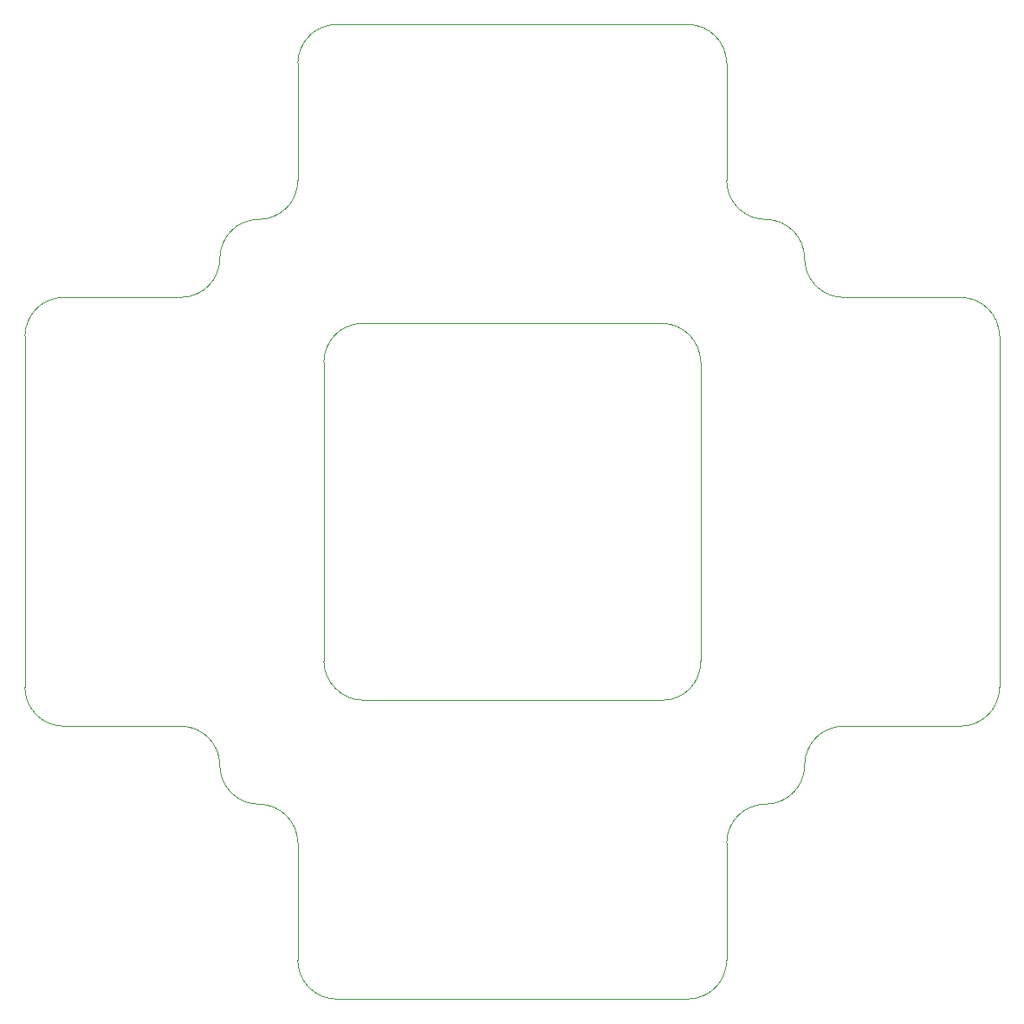
<source format=gm1>
G04 #@! TF.GenerationSoftware,KiCad,Pcbnew,9.0.0*
G04 #@! TF.CreationDate,2025-02-28T23:28:00-08:00*
G04 #@! TF.ProjectId,Constellation Saddle V1.1,436f6e73-7465-46c6-9c61-74696f6e2053,rev?*
G04 #@! TF.SameCoordinates,Original*
G04 #@! TF.FileFunction,Profile,NP*
%FSLAX46Y46*%
G04 Gerber Fmt 4.6, Leading zero omitted, Abs format (unit mm)*
G04 Created by KiCad (PCBNEW 9.0.0) date 2025-02-28 23:28:00*
%MOMM*%
%LPD*%
G01*
G04 APERTURE LIST*
G04 #@! TA.AperFunction,Profile*
%ADD10C,0.100000*%
G04 #@! TD*
G04 APERTURE END LIST*
D10*
X68580000Y-35560000D02*
G75*
G02*
X72390000Y-39370000I0J-3810000D01*
G01*
X21590000Y-74930000D02*
G75*
G02*
X25400000Y-78740000I0J-3810000D01*
G01*
X29210000Y-82550000D02*
G75*
G02*
X25400000Y-78740000I0J3810000D01*
G01*
X71120000Y-6350000D02*
X36830000Y-6350000D01*
X86360000Y-33020000D02*
X97790001Y-33020000D01*
X78740000Y-25400000D02*
G75*
G02*
X82550000Y-29210000I0J-3810000D01*
G01*
X33020000Y-10160000D02*
G75*
G02*
X36830000Y-6350000I3810000J0D01*
G01*
X6350000Y-36830000D02*
X6350000Y-71120000D01*
X74930000Y-86360000D02*
G75*
G02*
X78740000Y-82550000I3810000J0D01*
G01*
X35560000Y-39370000D02*
X35560000Y-68580000D01*
X33020000Y-21590000D02*
X33020000Y-10160000D01*
X36830000Y-101600000D02*
X71120000Y-101600000D01*
X21590000Y-33020000D02*
X10160000Y-33020000D01*
X21590000Y-74930000D02*
X10160000Y-74930000D01*
X35560000Y-39370000D02*
G75*
G02*
X39370000Y-35560000I3810000J0D01*
G01*
X33020000Y-86360000D02*
X33020000Y-97790000D01*
X86360000Y-74930000D02*
X97790000Y-74930000D01*
X86360000Y-33020000D02*
G75*
G02*
X82550000Y-29210000I0J3810000D01*
G01*
X74930000Y-97790000D02*
G75*
G02*
X71120000Y-101600000I-3810000J0D01*
G01*
X39370000Y-72390000D02*
X68580000Y-72390000D01*
X97790001Y-33020000D02*
G75*
G02*
X101600000Y-36830000I-1J-3810000D01*
G01*
X71120000Y-6350000D02*
G75*
G02*
X74930000Y-10160000I0J-3810000D01*
G01*
X25400000Y-29210000D02*
G75*
G02*
X21590000Y-33020000I-3810000J0D01*
G01*
X39370000Y-72390000D02*
G75*
G02*
X35560000Y-68580000I102900J3912900D01*
G01*
X82550000Y-78740000D02*
G75*
G02*
X86360000Y-74930000I3810000J0D01*
G01*
X33020000Y-21590000D02*
G75*
G02*
X29210000Y-25400000I-3810000J0D01*
G01*
X74930000Y-21590000D02*
X74930000Y-10160000D01*
X74930000Y-86360000D02*
X74930000Y-97790000D01*
X101600000Y-71120000D02*
X101600000Y-36830000D01*
X82550000Y-78740000D02*
G75*
G02*
X78740000Y-82550000I-3810000J0D01*
G01*
X6350000Y-36830000D02*
G75*
G02*
X10160000Y-33020000I3810000J0D01*
G01*
X72390000Y-39370000D02*
X72390000Y-68580000D01*
X25400000Y-29210000D02*
G75*
G02*
X29210000Y-25400000I3810000J0D01*
G01*
X78740000Y-25400000D02*
G75*
G02*
X74930000Y-21590000I0J3810000D01*
G01*
X39370000Y-35560000D02*
X68580000Y-35560000D01*
X101600000Y-71120000D02*
G75*
G02*
X97790000Y-74930000I-3810000J0D01*
G01*
X36830000Y-101600000D02*
G75*
G02*
X33020000Y-97790000I0J3810000D01*
G01*
X10160000Y-74930000D02*
G75*
G02*
X6350000Y-71120000I0J3810000D01*
G01*
X29210000Y-82550000D02*
G75*
G02*
X33020000Y-86360000I0J-3810000D01*
G01*
X72390000Y-68580000D02*
G75*
G02*
X68580000Y-72390000I-3728970J-81030D01*
G01*
M02*

</source>
